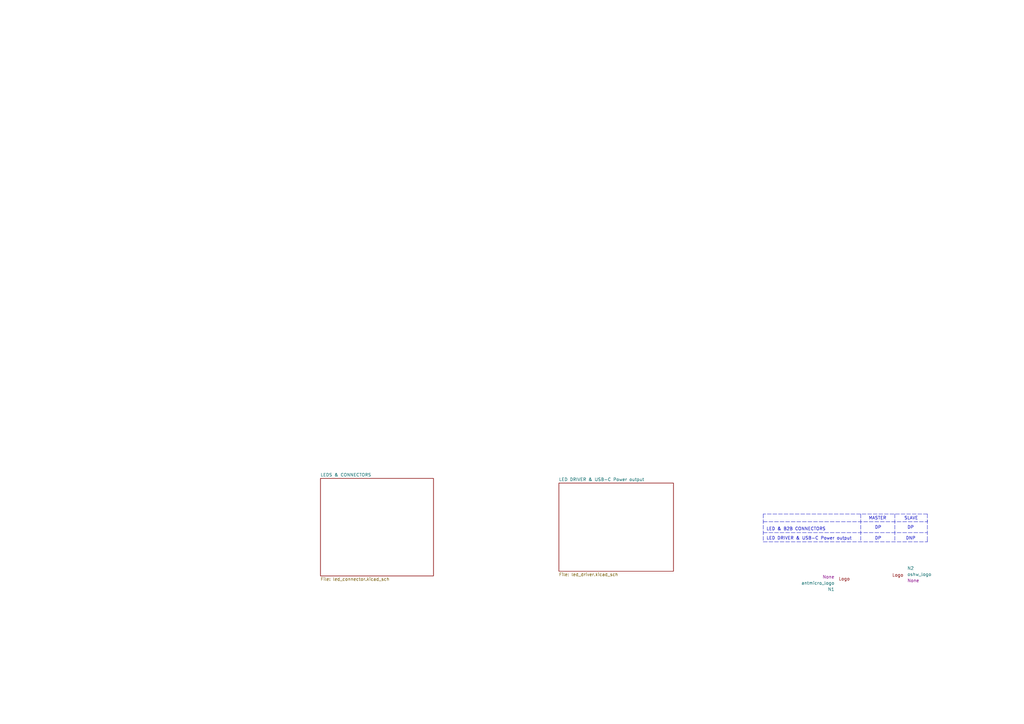
<source format=kicad_sch>
(kicad_sch (version 20211123) (generator eeschema)
  (paper "A3")
  (title_block (title "LZ1 OSRAM LuxiGen LED Driver") (date "2023-05-04") (rev "1.0.0") (company "Antmicro Ltd.") (comment 1 "www.antmicro.com"))
  (lib_symbols
    (symbol "antmicroMechanicalParts:antmicro_logo"
      (property "Reference" "N" (at 15.24 -5.08 0))
      (property "Value" "antmicro_logo" (at 15.24 -7.62 0))
      (property "Manufacturer" "None" (at 0 0 0))
      (symbol "antmicro_logo_1_1"
        (text "Logo" (at 1.27 1.27 0) (effects (font (size 1.27 1.27)) (justify left bottom)))
      )
    )
    (symbol "antmicroMechanicalParts:oshw_logo"
      (property "Reference" "N" (at 15.24 -5.08 0))
      (property "Value" "oshw_logo" (at 15.24 -7.62 0))
      (property "Manufacturer" "None" (at 0 0 0))
      (symbol "oshw_logo_1_1"
        (text "Logo" (at 0.762 -1.016 0) (effects (font (size 1.27 1.27)) (justify left bottom)))
      )
    )
  )
  (polyline (pts (xy 380.365 222.25) (xy 380.365 221.615)))
  (polyline (pts (xy 313.055 218.44) (xy 380.365 218.44)))
  (polyline (pts (xy 380.365 213.995) (xy 380.365 213.36)))
  (polyline (pts (xy 367.03 210.82) (xy 367.03 222.25)))
  (polyline (pts (xy 313.055 213.995) (xy 380.365 213.995)))
  (polyline (pts (xy 313.055 222.25) (xy 380.365 222.25)))
  (polyline (pts (xy 380.365 210.82) (xy 313.055 210.82)))
  (polyline (pts (xy 313.055 210.82) (xy 313.055 222.25)))
  (polyline (pts (xy 353.06 210.82) (xy 353.06 222.25)))
  (polyline (pts (xy 380.365 210.82) (xy 380.365 222.25)))
  (text "LED DRIVER & USB-C Power output" (at 314.325 221.615 0) (effects (font (size 1.27 1.27)) (justify left bottom)))
  (text "SLAVE\n" (at 370.84 213.36 0) (effects (font (size 1.27 1.27)) (justify left bottom)))
  (text "LED & B2B CONNECTORS\n" (at 314.325 217.805 0) (effects (font (size 1.27 1.27)) (justify left bottom)))
  (text "MASTER\n" (at 356.235 213.36 0) (effects (font (size 1.27 1.27)) (justify left bottom)))
  (text "DP\n" (at 358.775 221.615 0) (effects (font (size 1.27 1.27)) (justify left bottom)))
  (text "DNP\n" (at 371.475 221.615 0) (effects (font (size 1.27 1.27)) (justify left bottom)))
  (text "DP\n" (at 358.775 217.17 0) (effects (font (size 1.27 1.27)) (justify left bottom)))
  (text "DP\n" (at 372.11 217.17 0) (effects (font (size 1.27 1.27)) (justify left bottom)))
  (symbol (lib_id "antmicroMechanicalParts:oshw_logo") (at 365.125 235.585 0) (unit 1)
    (property "Reference" "N2" (at 372.11 233.0385 0) (effects (justify left)))
    (property "Value" "oshw_logo" (at 372.11 235.5785 0) (effects (justify left)))
    (property "Footprint" "antmicro-footprints:oshw-logo" (effects hide))
    (property "Copyright" "Copyright (c) 2023 Antmicro" (effects hide))
    (property "License" "Apache-2.0 License" (effects hide))
    (property "Manufacturer" "None" (at 372.11 238.1185 0) (effects (justify left)))
  )
  (symbol (lib_id "antmicroMechanicalParts:antmicro_logo") (at 349.885 236.855 180) (unit 1)
    (property "Reference" "N1" (at 342.265 241.6875 0) (effects (justify left)))
    (property "Value" "antmicro_logo" (at 342.265 239.1475 0) (effects (justify left)))
    (property "Footprint" "antmicro-footprints:antmicro-logo_scaled_12mm" (effects hide))
    (property "Copyright" "Copyright (c) 2023 Antmicro" (effects hide))
    (property "License" "Apache-2.0 License" (effects hide))
    (property "Manufacturer" "None" (at 342.265 236.6075 0) (effects (justify left)))
  )
  (sheet (at 131.445 196.215) (size 46.355 40.005) (stroke (width 0.1524))
    (property "Sheet name" "LEDS & CONNECTORS" (at 131.445 195.5034 0) (effects (justify left bottom)))
    (property "Sheet file" "led_connector.kicad_sch" (at 131.445 236.8046 0) (effects (justify left top)))
  )
  (sheet (at 229.235 198.12) (size 46.99 36.195) (stroke (width 0.1524))
    (property "Sheet name" "LED DRIVER & USB-C Power output" (at 229.235 197.4084 0) (effects (justify left bottom)))
    (property "Sheet file" "led_driver.kicad_sch" (at 229.235 234.8996 0) (effects (justify left top)))
  )
)
</source>
